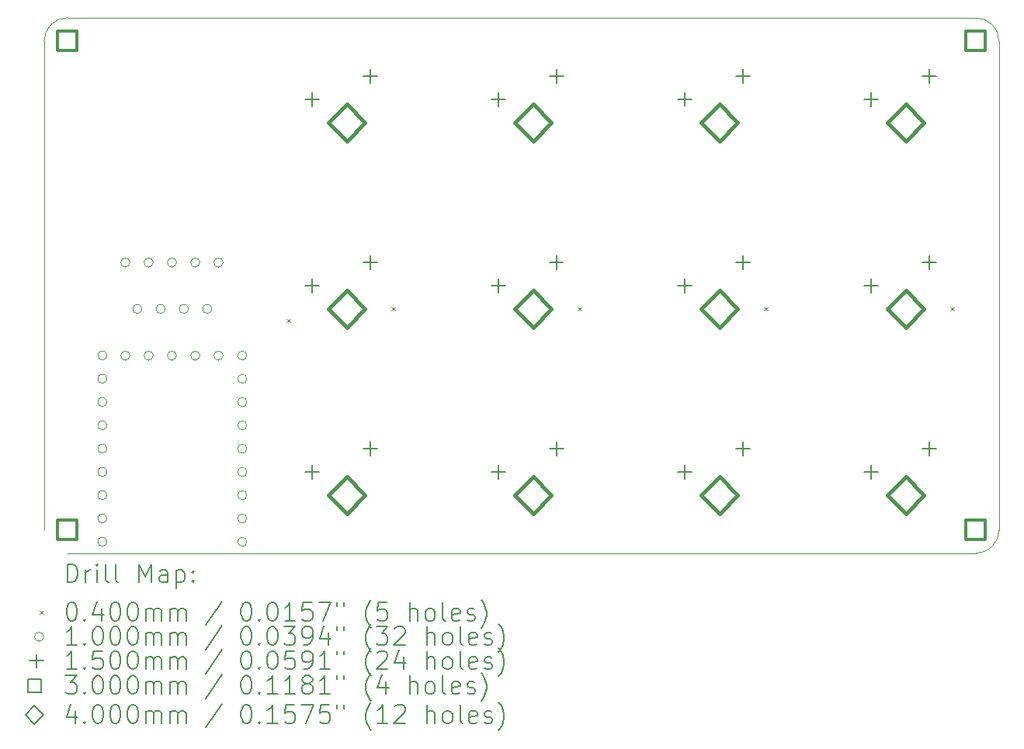
<source format=gbr>
%FSLAX45Y45*%
G04 Gerber Fmt 4.5, Leading zero omitted, Abs format (unit mm)*
G04 Created by KiCad (PCBNEW (6.0.5)) date 2022-05-30 13:32:22*
%MOMM*%
%LPD*%
G01*
G04 APERTURE LIST*
%TA.AperFunction,Profile*%
%ADD10C,0.050000*%
%TD*%
%TA.AperFunction,Profile*%
%ADD11C,0.100000*%
%TD*%
%ADD12C,0.200000*%
%ADD13C,0.040000*%
%ADD14C,0.100000*%
%ADD15C,0.150000*%
%ADD16C,0.300000*%
%ADD17C,0.400000*%
G04 APERTURE END LIST*
D10*
X3302000Y-5080000D02*
G75*
G03*
X3048000Y-5334000I0J-254000D01*
G01*
D11*
X13462000Y-10668000D02*
X13462000Y-5334000D01*
X13462000Y-5334000D02*
G75*
G03*
X13208000Y-5080000I-254000J0D01*
G01*
X3048000Y-10668000D02*
X3048000Y-5334000D01*
X13208000Y-10922000D02*
G75*
G03*
X13462000Y-10668000I0J254000D01*
G01*
X3302000Y-10922000D02*
X13208000Y-10922000D01*
X13208000Y-5080000D02*
X3302000Y-5080000D01*
D12*
D13*
X5695000Y-8362000D02*
X5735000Y-8402000D01*
X5735000Y-8362000D02*
X5695000Y-8402000D01*
X6838000Y-8235000D02*
X6878000Y-8275000D01*
X6878000Y-8235000D02*
X6838000Y-8275000D01*
X8870000Y-8235000D02*
X8910000Y-8275000D01*
X8910000Y-8235000D02*
X8870000Y-8275000D01*
X10902000Y-8235000D02*
X10942000Y-8275000D01*
X10942000Y-8235000D02*
X10902000Y-8275000D01*
X12934000Y-8235000D02*
X12974000Y-8275000D01*
X12974000Y-8235000D02*
X12934000Y-8275000D01*
D14*
X3733000Y-8763000D02*
G75*
G03*
X3733000Y-8763000I-50000J0D01*
G01*
X3733000Y-9017000D02*
G75*
G03*
X3733000Y-9017000I-50000J0D01*
G01*
X3733000Y-9271000D02*
G75*
G03*
X3733000Y-9271000I-50000J0D01*
G01*
X3733000Y-9525000D02*
G75*
G03*
X3733000Y-9525000I-50000J0D01*
G01*
X3733000Y-9779000D02*
G75*
G03*
X3733000Y-9779000I-50000J0D01*
G01*
X3733000Y-10033000D02*
G75*
G03*
X3733000Y-10033000I-50000J0D01*
G01*
X3733000Y-10287000D02*
G75*
G03*
X3733000Y-10287000I-50000J0D01*
G01*
X3733000Y-10541000D02*
G75*
G03*
X3733000Y-10541000I-50000J0D01*
G01*
X3733000Y-10795000D02*
G75*
G03*
X3733000Y-10795000I-50000J0D01*
G01*
X3984000Y-7749500D02*
G75*
G03*
X3984000Y-7749500I-50000J0D01*
G01*
X3984000Y-8765500D02*
G75*
G03*
X3984000Y-8765500I-50000J0D01*
G01*
X4114000Y-8255000D02*
G75*
G03*
X4114000Y-8255000I-50000J0D01*
G01*
X4238000Y-7749500D02*
G75*
G03*
X4238000Y-7749500I-50000J0D01*
G01*
X4238000Y-8765500D02*
G75*
G03*
X4238000Y-8765500I-50000J0D01*
G01*
X4368000Y-8255000D02*
G75*
G03*
X4368000Y-8255000I-50000J0D01*
G01*
X4492000Y-7749500D02*
G75*
G03*
X4492000Y-7749500I-50000J0D01*
G01*
X4492000Y-8765500D02*
G75*
G03*
X4492000Y-8765500I-50000J0D01*
G01*
X4622000Y-8255000D02*
G75*
G03*
X4622000Y-8255000I-50000J0D01*
G01*
X4746000Y-7749500D02*
G75*
G03*
X4746000Y-7749500I-50000J0D01*
G01*
X4746000Y-8765500D02*
G75*
G03*
X4746000Y-8765500I-50000J0D01*
G01*
X4876000Y-8255000D02*
G75*
G03*
X4876000Y-8255000I-50000J0D01*
G01*
X5000000Y-7749500D02*
G75*
G03*
X5000000Y-7749500I-50000J0D01*
G01*
X5000000Y-8765500D02*
G75*
G03*
X5000000Y-8765500I-50000J0D01*
G01*
X5259500Y-8764000D02*
G75*
G03*
X5259500Y-8764000I-50000J0D01*
G01*
X5259500Y-9018000D02*
G75*
G03*
X5259500Y-9018000I-50000J0D01*
G01*
X5259500Y-9272000D02*
G75*
G03*
X5259500Y-9272000I-50000J0D01*
G01*
X5259500Y-9526000D02*
G75*
G03*
X5259500Y-9526000I-50000J0D01*
G01*
X5259500Y-9780000D02*
G75*
G03*
X5259500Y-9780000I-50000J0D01*
G01*
X5259500Y-10034000D02*
G75*
G03*
X5259500Y-10034000I-50000J0D01*
G01*
X5259500Y-10288000D02*
G75*
G03*
X5259500Y-10288000I-50000J0D01*
G01*
X5259500Y-10542000D02*
G75*
G03*
X5259500Y-10542000I-50000J0D01*
G01*
X5259500Y-10796000D02*
G75*
G03*
X5259500Y-10796000I-50000J0D01*
G01*
D15*
X5969000Y-5894000D02*
X5969000Y-6044000D01*
X5894000Y-5969000D02*
X6044000Y-5969000D01*
X5969000Y-7926000D02*
X5969000Y-8076000D01*
X5894000Y-8001000D02*
X6044000Y-8001000D01*
X5969000Y-9958000D02*
X5969000Y-10108000D01*
X5894000Y-10033000D02*
X6044000Y-10033000D01*
X6604000Y-5640000D02*
X6604000Y-5790000D01*
X6529000Y-5715000D02*
X6679000Y-5715000D01*
X6604000Y-7672000D02*
X6604000Y-7822000D01*
X6529000Y-7747000D02*
X6679000Y-7747000D01*
X6604000Y-9704000D02*
X6604000Y-9854000D01*
X6529000Y-9779000D02*
X6679000Y-9779000D01*
X8001000Y-5894000D02*
X8001000Y-6044000D01*
X7926000Y-5969000D02*
X8076000Y-5969000D01*
X8001000Y-7926000D02*
X8001000Y-8076000D01*
X7926000Y-8001000D02*
X8076000Y-8001000D01*
X8001000Y-9958000D02*
X8001000Y-10108000D01*
X7926000Y-10033000D02*
X8076000Y-10033000D01*
X8634078Y-7671039D02*
X8634078Y-7821039D01*
X8559078Y-7746039D02*
X8709078Y-7746039D01*
X8636000Y-5640000D02*
X8636000Y-5790000D01*
X8561000Y-5715000D02*
X8711000Y-5715000D01*
X8636000Y-9704000D02*
X8636000Y-9854000D01*
X8561000Y-9779000D02*
X8711000Y-9779000D01*
X10031661Y-5890928D02*
X10031661Y-6040928D01*
X9956661Y-5965928D02*
X10106661Y-5965928D01*
X10031661Y-7923889D02*
X10031661Y-8073889D01*
X9956661Y-7998889D02*
X10106661Y-7998889D01*
X10031661Y-9956850D02*
X10031661Y-10106850D01*
X9956661Y-10031850D02*
X10106661Y-10031850D01*
X10668000Y-5640000D02*
X10668000Y-5790000D01*
X10593000Y-5715000D02*
X10743000Y-5715000D01*
X10668000Y-7672000D02*
X10668000Y-7822000D01*
X10593000Y-7747000D02*
X10743000Y-7747000D01*
X10668000Y-9704000D02*
X10668000Y-9854000D01*
X10593000Y-9779000D02*
X10743000Y-9779000D01*
X12064622Y-7923889D02*
X12064622Y-8073889D01*
X11989622Y-7998889D02*
X12139622Y-7998889D01*
X12065000Y-5894000D02*
X12065000Y-6044000D01*
X11990000Y-5969000D02*
X12140000Y-5969000D01*
X12065000Y-9958000D02*
X12065000Y-10108000D01*
X11990000Y-10033000D02*
X12140000Y-10033000D01*
X12700000Y-5640000D02*
X12700000Y-5790000D01*
X12625000Y-5715000D02*
X12775000Y-5715000D01*
X12700000Y-7672000D02*
X12700000Y-7822000D01*
X12625000Y-7747000D02*
X12775000Y-7747000D01*
X12700000Y-9704000D02*
X12700000Y-9854000D01*
X12625000Y-9779000D02*
X12775000Y-9779000D01*
D16*
X3408067Y-5440067D02*
X3408067Y-5227933D01*
X3195933Y-5227933D01*
X3195933Y-5440067D01*
X3408067Y-5440067D01*
X3408067Y-10774067D02*
X3408067Y-10561933D01*
X3195933Y-10561933D01*
X3195933Y-10774067D01*
X3408067Y-10774067D01*
X13314067Y-5440067D02*
X13314067Y-5227933D01*
X13101933Y-5227933D01*
X13101933Y-5440067D01*
X13314067Y-5440067D01*
X13314067Y-10774067D02*
X13314067Y-10561933D01*
X13101933Y-10561933D01*
X13101933Y-10774067D01*
X13314067Y-10774067D01*
D17*
X6350000Y-6423000D02*
X6550000Y-6223000D01*
X6350000Y-6023000D01*
X6150000Y-6223000D01*
X6350000Y-6423000D01*
X6350000Y-8455000D02*
X6550000Y-8255000D01*
X6350000Y-8055000D01*
X6150000Y-8255000D01*
X6350000Y-8455000D01*
X6350000Y-10487000D02*
X6550000Y-10287000D01*
X6350000Y-10087000D01*
X6150000Y-10287000D01*
X6350000Y-10487000D01*
X8382000Y-6423000D02*
X8582000Y-6223000D01*
X8382000Y-6023000D01*
X8182000Y-6223000D01*
X8382000Y-6423000D01*
X8382000Y-8455000D02*
X8582000Y-8255000D01*
X8382000Y-8055000D01*
X8182000Y-8255000D01*
X8382000Y-8455000D01*
X8382000Y-10487000D02*
X8582000Y-10287000D01*
X8382000Y-10087000D01*
X8182000Y-10287000D01*
X8382000Y-10487000D01*
X10414000Y-6423000D02*
X10614000Y-6223000D01*
X10414000Y-6023000D01*
X10214000Y-6223000D01*
X10414000Y-6423000D01*
X10414000Y-8455000D02*
X10614000Y-8255000D01*
X10414000Y-8055000D01*
X10214000Y-8255000D01*
X10414000Y-8455000D01*
X10414000Y-10487000D02*
X10614000Y-10287000D01*
X10414000Y-10087000D01*
X10214000Y-10287000D01*
X10414000Y-10487000D01*
X12446000Y-6423000D02*
X12646000Y-6223000D01*
X12446000Y-6023000D01*
X12246000Y-6223000D01*
X12446000Y-6423000D01*
X12446000Y-8455000D02*
X12646000Y-8255000D01*
X12446000Y-8055000D01*
X12246000Y-8255000D01*
X12446000Y-8455000D01*
X12446000Y-10487000D02*
X12646000Y-10287000D01*
X12446000Y-10087000D01*
X12246000Y-10287000D01*
X12446000Y-10487000D01*
D12*
X3300619Y-11237476D02*
X3300619Y-11037476D01*
X3348238Y-11037476D01*
X3376809Y-11047000D01*
X3395857Y-11066048D01*
X3405381Y-11085095D01*
X3414905Y-11123190D01*
X3414905Y-11151762D01*
X3405381Y-11189857D01*
X3395857Y-11208905D01*
X3376809Y-11227952D01*
X3348238Y-11237476D01*
X3300619Y-11237476D01*
X3500619Y-11237476D02*
X3500619Y-11104143D01*
X3500619Y-11142238D02*
X3510143Y-11123190D01*
X3519667Y-11113667D01*
X3538714Y-11104143D01*
X3557762Y-11104143D01*
X3624428Y-11237476D02*
X3624428Y-11104143D01*
X3624428Y-11037476D02*
X3614905Y-11047000D01*
X3624428Y-11056524D01*
X3633952Y-11047000D01*
X3624428Y-11037476D01*
X3624428Y-11056524D01*
X3748238Y-11237476D02*
X3729190Y-11227952D01*
X3719667Y-11208905D01*
X3719667Y-11037476D01*
X3853000Y-11237476D02*
X3833952Y-11227952D01*
X3824428Y-11208905D01*
X3824428Y-11037476D01*
X4081571Y-11237476D02*
X4081571Y-11037476D01*
X4148238Y-11180333D01*
X4214905Y-11037476D01*
X4214905Y-11237476D01*
X4395857Y-11237476D02*
X4395857Y-11132714D01*
X4386333Y-11113667D01*
X4367286Y-11104143D01*
X4329190Y-11104143D01*
X4310143Y-11113667D01*
X4395857Y-11227952D02*
X4376810Y-11237476D01*
X4329190Y-11237476D01*
X4310143Y-11227952D01*
X4300619Y-11208905D01*
X4300619Y-11189857D01*
X4310143Y-11170810D01*
X4329190Y-11161286D01*
X4376810Y-11161286D01*
X4395857Y-11151762D01*
X4491095Y-11104143D02*
X4491095Y-11304143D01*
X4491095Y-11113667D02*
X4510143Y-11104143D01*
X4548238Y-11104143D01*
X4567286Y-11113667D01*
X4576810Y-11123190D01*
X4586333Y-11142238D01*
X4586333Y-11199381D01*
X4576810Y-11218428D01*
X4567286Y-11227952D01*
X4548238Y-11237476D01*
X4510143Y-11237476D01*
X4491095Y-11227952D01*
X4672048Y-11218428D02*
X4681571Y-11227952D01*
X4672048Y-11237476D01*
X4662524Y-11227952D01*
X4672048Y-11218428D01*
X4672048Y-11237476D01*
X4672048Y-11113667D02*
X4681571Y-11123190D01*
X4672048Y-11132714D01*
X4662524Y-11123190D01*
X4672048Y-11113667D01*
X4672048Y-11132714D01*
D13*
X3003000Y-11547000D02*
X3043000Y-11587000D01*
X3043000Y-11547000D02*
X3003000Y-11587000D01*
D12*
X3338714Y-11457476D02*
X3357762Y-11457476D01*
X3376809Y-11467000D01*
X3386333Y-11476524D01*
X3395857Y-11495571D01*
X3405381Y-11533667D01*
X3405381Y-11581286D01*
X3395857Y-11619381D01*
X3386333Y-11638428D01*
X3376809Y-11647952D01*
X3357762Y-11657476D01*
X3338714Y-11657476D01*
X3319667Y-11647952D01*
X3310143Y-11638428D01*
X3300619Y-11619381D01*
X3291095Y-11581286D01*
X3291095Y-11533667D01*
X3300619Y-11495571D01*
X3310143Y-11476524D01*
X3319667Y-11467000D01*
X3338714Y-11457476D01*
X3491095Y-11638428D02*
X3500619Y-11647952D01*
X3491095Y-11657476D01*
X3481571Y-11647952D01*
X3491095Y-11638428D01*
X3491095Y-11657476D01*
X3672048Y-11524143D02*
X3672048Y-11657476D01*
X3624428Y-11447952D02*
X3576809Y-11590809D01*
X3700619Y-11590809D01*
X3814905Y-11457476D02*
X3833952Y-11457476D01*
X3853000Y-11467000D01*
X3862524Y-11476524D01*
X3872048Y-11495571D01*
X3881571Y-11533667D01*
X3881571Y-11581286D01*
X3872048Y-11619381D01*
X3862524Y-11638428D01*
X3853000Y-11647952D01*
X3833952Y-11657476D01*
X3814905Y-11657476D01*
X3795857Y-11647952D01*
X3786333Y-11638428D01*
X3776809Y-11619381D01*
X3767286Y-11581286D01*
X3767286Y-11533667D01*
X3776809Y-11495571D01*
X3786333Y-11476524D01*
X3795857Y-11467000D01*
X3814905Y-11457476D01*
X4005381Y-11457476D02*
X4024428Y-11457476D01*
X4043476Y-11467000D01*
X4053000Y-11476524D01*
X4062524Y-11495571D01*
X4072048Y-11533667D01*
X4072048Y-11581286D01*
X4062524Y-11619381D01*
X4053000Y-11638428D01*
X4043476Y-11647952D01*
X4024428Y-11657476D01*
X4005381Y-11657476D01*
X3986333Y-11647952D01*
X3976809Y-11638428D01*
X3967286Y-11619381D01*
X3957762Y-11581286D01*
X3957762Y-11533667D01*
X3967286Y-11495571D01*
X3976809Y-11476524D01*
X3986333Y-11467000D01*
X4005381Y-11457476D01*
X4157762Y-11657476D02*
X4157762Y-11524143D01*
X4157762Y-11543190D02*
X4167286Y-11533667D01*
X4186333Y-11524143D01*
X4214905Y-11524143D01*
X4233952Y-11533667D01*
X4243476Y-11552714D01*
X4243476Y-11657476D01*
X4243476Y-11552714D02*
X4253000Y-11533667D01*
X4272048Y-11524143D01*
X4300619Y-11524143D01*
X4319667Y-11533667D01*
X4329190Y-11552714D01*
X4329190Y-11657476D01*
X4424429Y-11657476D02*
X4424429Y-11524143D01*
X4424429Y-11543190D02*
X4433952Y-11533667D01*
X4453000Y-11524143D01*
X4481571Y-11524143D01*
X4500619Y-11533667D01*
X4510143Y-11552714D01*
X4510143Y-11657476D01*
X4510143Y-11552714D02*
X4519667Y-11533667D01*
X4538714Y-11524143D01*
X4567286Y-11524143D01*
X4586333Y-11533667D01*
X4595857Y-11552714D01*
X4595857Y-11657476D01*
X4986333Y-11447952D02*
X4814905Y-11705095D01*
X5243476Y-11457476D02*
X5262524Y-11457476D01*
X5281571Y-11467000D01*
X5291095Y-11476524D01*
X5300619Y-11495571D01*
X5310143Y-11533667D01*
X5310143Y-11581286D01*
X5300619Y-11619381D01*
X5291095Y-11638428D01*
X5281571Y-11647952D01*
X5262524Y-11657476D01*
X5243476Y-11657476D01*
X5224429Y-11647952D01*
X5214905Y-11638428D01*
X5205381Y-11619381D01*
X5195857Y-11581286D01*
X5195857Y-11533667D01*
X5205381Y-11495571D01*
X5214905Y-11476524D01*
X5224429Y-11467000D01*
X5243476Y-11457476D01*
X5395857Y-11638428D02*
X5405381Y-11647952D01*
X5395857Y-11657476D01*
X5386333Y-11647952D01*
X5395857Y-11638428D01*
X5395857Y-11657476D01*
X5529190Y-11457476D02*
X5548238Y-11457476D01*
X5567286Y-11467000D01*
X5576810Y-11476524D01*
X5586333Y-11495571D01*
X5595857Y-11533667D01*
X5595857Y-11581286D01*
X5586333Y-11619381D01*
X5576810Y-11638428D01*
X5567286Y-11647952D01*
X5548238Y-11657476D01*
X5529190Y-11657476D01*
X5510143Y-11647952D01*
X5500619Y-11638428D01*
X5491095Y-11619381D01*
X5481571Y-11581286D01*
X5481571Y-11533667D01*
X5491095Y-11495571D01*
X5500619Y-11476524D01*
X5510143Y-11467000D01*
X5529190Y-11457476D01*
X5786333Y-11657476D02*
X5672048Y-11657476D01*
X5729190Y-11657476D02*
X5729190Y-11457476D01*
X5710143Y-11486048D01*
X5691095Y-11505095D01*
X5672048Y-11514619D01*
X5967286Y-11457476D02*
X5872048Y-11457476D01*
X5862524Y-11552714D01*
X5872048Y-11543190D01*
X5891095Y-11533667D01*
X5938714Y-11533667D01*
X5957762Y-11543190D01*
X5967286Y-11552714D01*
X5976809Y-11571762D01*
X5976809Y-11619381D01*
X5967286Y-11638428D01*
X5957762Y-11647952D01*
X5938714Y-11657476D01*
X5891095Y-11657476D01*
X5872048Y-11647952D01*
X5862524Y-11638428D01*
X6043476Y-11457476D02*
X6176809Y-11457476D01*
X6091095Y-11657476D01*
X6243476Y-11457476D02*
X6243476Y-11495571D01*
X6319667Y-11457476D02*
X6319667Y-11495571D01*
X6614905Y-11733667D02*
X6605381Y-11724143D01*
X6586333Y-11695571D01*
X6576809Y-11676524D01*
X6567286Y-11647952D01*
X6557762Y-11600333D01*
X6557762Y-11562238D01*
X6567286Y-11514619D01*
X6576809Y-11486048D01*
X6586333Y-11467000D01*
X6605381Y-11438428D01*
X6614905Y-11428905D01*
X6786333Y-11457476D02*
X6691095Y-11457476D01*
X6681571Y-11552714D01*
X6691095Y-11543190D01*
X6710143Y-11533667D01*
X6757762Y-11533667D01*
X6776809Y-11543190D01*
X6786333Y-11552714D01*
X6795857Y-11571762D01*
X6795857Y-11619381D01*
X6786333Y-11638428D01*
X6776809Y-11647952D01*
X6757762Y-11657476D01*
X6710143Y-11657476D01*
X6691095Y-11647952D01*
X6681571Y-11638428D01*
X7033952Y-11657476D02*
X7033952Y-11457476D01*
X7119667Y-11657476D02*
X7119667Y-11552714D01*
X7110143Y-11533667D01*
X7091095Y-11524143D01*
X7062524Y-11524143D01*
X7043476Y-11533667D01*
X7033952Y-11543190D01*
X7243476Y-11657476D02*
X7224428Y-11647952D01*
X7214905Y-11638428D01*
X7205381Y-11619381D01*
X7205381Y-11562238D01*
X7214905Y-11543190D01*
X7224428Y-11533667D01*
X7243476Y-11524143D01*
X7272048Y-11524143D01*
X7291095Y-11533667D01*
X7300619Y-11543190D01*
X7310143Y-11562238D01*
X7310143Y-11619381D01*
X7300619Y-11638428D01*
X7291095Y-11647952D01*
X7272048Y-11657476D01*
X7243476Y-11657476D01*
X7424428Y-11657476D02*
X7405381Y-11647952D01*
X7395857Y-11628905D01*
X7395857Y-11457476D01*
X7576809Y-11647952D02*
X7557762Y-11657476D01*
X7519667Y-11657476D01*
X7500619Y-11647952D01*
X7491095Y-11628905D01*
X7491095Y-11552714D01*
X7500619Y-11533667D01*
X7519667Y-11524143D01*
X7557762Y-11524143D01*
X7576809Y-11533667D01*
X7586333Y-11552714D01*
X7586333Y-11571762D01*
X7491095Y-11590809D01*
X7662524Y-11647952D02*
X7681571Y-11657476D01*
X7719667Y-11657476D01*
X7738714Y-11647952D01*
X7748238Y-11628905D01*
X7748238Y-11619381D01*
X7738714Y-11600333D01*
X7719667Y-11590809D01*
X7691095Y-11590809D01*
X7672048Y-11581286D01*
X7662524Y-11562238D01*
X7662524Y-11552714D01*
X7672048Y-11533667D01*
X7691095Y-11524143D01*
X7719667Y-11524143D01*
X7738714Y-11533667D01*
X7814905Y-11733667D02*
X7824428Y-11724143D01*
X7843476Y-11695571D01*
X7853000Y-11676524D01*
X7862524Y-11647952D01*
X7872048Y-11600333D01*
X7872048Y-11562238D01*
X7862524Y-11514619D01*
X7853000Y-11486048D01*
X7843476Y-11467000D01*
X7824428Y-11438428D01*
X7814905Y-11428905D01*
D14*
X3043000Y-11831000D02*
G75*
G03*
X3043000Y-11831000I-50000J0D01*
G01*
D12*
X3405381Y-11921476D02*
X3291095Y-11921476D01*
X3348238Y-11921476D02*
X3348238Y-11721476D01*
X3329190Y-11750048D01*
X3310143Y-11769095D01*
X3291095Y-11778619D01*
X3491095Y-11902428D02*
X3500619Y-11911952D01*
X3491095Y-11921476D01*
X3481571Y-11911952D01*
X3491095Y-11902428D01*
X3491095Y-11921476D01*
X3624428Y-11721476D02*
X3643476Y-11721476D01*
X3662524Y-11731000D01*
X3672048Y-11740524D01*
X3681571Y-11759571D01*
X3691095Y-11797667D01*
X3691095Y-11845286D01*
X3681571Y-11883381D01*
X3672048Y-11902428D01*
X3662524Y-11911952D01*
X3643476Y-11921476D01*
X3624428Y-11921476D01*
X3605381Y-11911952D01*
X3595857Y-11902428D01*
X3586333Y-11883381D01*
X3576809Y-11845286D01*
X3576809Y-11797667D01*
X3586333Y-11759571D01*
X3595857Y-11740524D01*
X3605381Y-11731000D01*
X3624428Y-11721476D01*
X3814905Y-11721476D02*
X3833952Y-11721476D01*
X3853000Y-11731000D01*
X3862524Y-11740524D01*
X3872048Y-11759571D01*
X3881571Y-11797667D01*
X3881571Y-11845286D01*
X3872048Y-11883381D01*
X3862524Y-11902428D01*
X3853000Y-11911952D01*
X3833952Y-11921476D01*
X3814905Y-11921476D01*
X3795857Y-11911952D01*
X3786333Y-11902428D01*
X3776809Y-11883381D01*
X3767286Y-11845286D01*
X3767286Y-11797667D01*
X3776809Y-11759571D01*
X3786333Y-11740524D01*
X3795857Y-11731000D01*
X3814905Y-11721476D01*
X4005381Y-11721476D02*
X4024428Y-11721476D01*
X4043476Y-11731000D01*
X4053000Y-11740524D01*
X4062524Y-11759571D01*
X4072048Y-11797667D01*
X4072048Y-11845286D01*
X4062524Y-11883381D01*
X4053000Y-11902428D01*
X4043476Y-11911952D01*
X4024428Y-11921476D01*
X4005381Y-11921476D01*
X3986333Y-11911952D01*
X3976809Y-11902428D01*
X3967286Y-11883381D01*
X3957762Y-11845286D01*
X3957762Y-11797667D01*
X3967286Y-11759571D01*
X3976809Y-11740524D01*
X3986333Y-11731000D01*
X4005381Y-11721476D01*
X4157762Y-11921476D02*
X4157762Y-11788143D01*
X4157762Y-11807190D02*
X4167286Y-11797667D01*
X4186333Y-11788143D01*
X4214905Y-11788143D01*
X4233952Y-11797667D01*
X4243476Y-11816714D01*
X4243476Y-11921476D01*
X4243476Y-11816714D02*
X4253000Y-11797667D01*
X4272048Y-11788143D01*
X4300619Y-11788143D01*
X4319667Y-11797667D01*
X4329190Y-11816714D01*
X4329190Y-11921476D01*
X4424429Y-11921476D02*
X4424429Y-11788143D01*
X4424429Y-11807190D02*
X4433952Y-11797667D01*
X4453000Y-11788143D01*
X4481571Y-11788143D01*
X4500619Y-11797667D01*
X4510143Y-11816714D01*
X4510143Y-11921476D01*
X4510143Y-11816714D02*
X4519667Y-11797667D01*
X4538714Y-11788143D01*
X4567286Y-11788143D01*
X4586333Y-11797667D01*
X4595857Y-11816714D01*
X4595857Y-11921476D01*
X4986333Y-11711952D02*
X4814905Y-11969095D01*
X5243476Y-11721476D02*
X5262524Y-11721476D01*
X5281571Y-11731000D01*
X5291095Y-11740524D01*
X5300619Y-11759571D01*
X5310143Y-11797667D01*
X5310143Y-11845286D01*
X5300619Y-11883381D01*
X5291095Y-11902428D01*
X5281571Y-11911952D01*
X5262524Y-11921476D01*
X5243476Y-11921476D01*
X5224429Y-11911952D01*
X5214905Y-11902428D01*
X5205381Y-11883381D01*
X5195857Y-11845286D01*
X5195857Y-11797667D01*
X5205381Y-11759571D01*
X5214905Y-11740524D01*
X5224429Y-11731000D01*
X5243476Y-11721476D01*
X5395857Y-11902428D02*
X5405381Y-11911952D01*
X5395857Y-11921476D01*
X5386333Y-11911952D01*
X5395857Y-11902428D01*
X5395857Y-11921476D01*
X5529190Y-11721476D02*
X5548238Y-11721476D01*
X5567286Y-11731000D01*
X5576810Y-11740524D01*
X5586333Y-11759571D01*
X5595857Y-11797667D01*
X5595857Y-11845286D01*
X5586333Y-11883381D01*
X5576810Y-11902428D01*
X5567286Y-11911952D01*
X5548238Y-11921476D01*
X5529190Y-11921476D01*
X5510143Y-11911952D01*
X5500619Y-11902428D01*
X5491095Y-11883381D01*
X5481571Y-11845286D01*
X5481571Y-11797667D01*
X5491095Y-11759571D01*
X5500619Y-11740524D01*
X5510143Y-11731000D01*
X5529190Y-11721476D01*
X5662524Y-11721476D02*
X5786333Y-11721476D01*
X5719667Y-11797667D01*
X5748238Y-11797667D01*
X5767286Y-11807190D01*
X5776809Y-11816714D01*
X5786333Y-11835762D01*
X5786333Y-11883381D01*
X5776809Y-11902428D01*
X5767286Y-11911952D01*
X5748238Y-11921476D01*
X5691095Y-11921476D01*
X5672048Y-11911952D01*
X5662524Y-11902428D01*
X5881571Y-11921476D02*
X5919667Y-11921476D01*
X5938714Y-11911952D01*
X5948238Y-11902428D01*
X5967286Y-11873857D01*
X5976809Y-11835762D01*
X5976809Y-11759571D01*
X5967286Y-11740524D01*
X5957762Y-11731000D01*
X5938714Y-11721476D01*
X5900619Y-11721476D01*
X5881571Y-11731000D01*
X5872048Y-11740524D01*
X5862524Y-11759571D01*
X5862524Y-11807190D01*
X5872048Y-11826238D01*
X5881571Y-11835762D01*
X5900619Y-11845286D01*
X5938714Y-11845286D01*
X5957762Y-11835762D01*
X5967286Y-11826238D01*
X5976809Y-11807190D01*
X6148238Y-11788143D02*
X6148238Y-11921476D01*
X6100619Y-11711952D02*
X6053000Y-11854809D01*
X6176809Y-11854809D01*
X6243476Y-11721476D02*
X6243476Y-11759571D01*
X6319667Y-11721476D02*
X6319667Y-11759571D01*
X6614905Y-11997667D02*
X6605381Y-11988143D01*
X6586333Y-11959571D01*
X6576809Y-11940524D01*
X6567286Y-11911952D01*
X6557762Y-11864333D01*
X6557762Y-11826238D01*
X6567286Y-11778619D01*
X6576809Y-11750048D01*
X6586333Y-11731000D01*
X6605381Y-11702428D01*
X6614905Y-11692905D01*
X6672048Y-11721476D02*
X6795857Y-11721476D01*
X6729190Y-11797667D01*
X6757762Y-11797667D01*
X6776809Y-11807190D01*
X6786333Y-11816714D01*
X6795857Y-11835762D01*
X6795857Y-11883381D01*
X6786333Y-11902428D01*
X6776809Y-11911952D01*
X6757762Y-11921476D01*
X6700619Y-11921476D01*
X6681571Y-11911952D01*
X6672048Y-11902428D01*
X6872048Y-11740524D02*
X6881571Y-11731000D01*
X6900619Y-11721476D01*
X6948238Y-11721476D01*
X6967286Y-11731000D01*
X6976809Y-11740524D01*
X6986333Y-11759571D01*
X6986333Y-11778619D01*
X6976809Y-11807190D01*
X6862524Y-11921476D01*
X6986333Y-11921476D01*
X7224428Y-11921476D02*
X7224428Y-11721476D01*
X7310143Y-11921476D02*
X7310143Y-11816714D01*
X7300619Y-11797667D01*
X7281571Y-11788143D01*
X7253000Y-11788143D01*
X7233952Y-11797667D01*
X7224428Y-11807190D01*
X7433952Y-11921476D02*
X7414905Y-11911952D01*
X7405381Y-11902428D01*
X7395857Y-11883381D01*
X7395857Y-11826238D01*
X7405381Y-11807190D01*
X7414905Y-11797667D01*
X7433952Y-11788143D01*
X7462524Y-11788143D01*
X7481571Y-11797667D01*
X7491095Y-11807190D01*
X7500619Y-11826238D01*
X7500619Y-11883381D01*
X7491095Y-11902428D01*
X7481571Y-11911952D01*
X7462524Y-11921476D01*
X7433952Y-11921476D01*
X7614905Y-11921476D02*
X7595857Y-11911952D01*
X7586333Y-11892905D01*
X7586333Y-11721476D01*
X7767286Y-11911952D02*
X7748238Y-11921476D01*
X7710143Y-11921476D01*
X7691095Y-11911952D01*
X7681571Y-11892905D01*
X7681571Y-11816714D01*
X7691095Y-11797667D01*
X7710143Y-11788143D01*
X7748238Y-11788143D01*
X7767286Y-11797667D01*
X7776809Y-11816714D01*
X7776809Y-11835762D01*
X7681571Y-11854809D01*
X7853000Y-11911952D02*
X7872048Y-11921476D01*
X7910143Y-11921476D01*
X7929190Y-11911952D01*
X7938714Y-11892905D01*
X7938714Y-11883381D01*
X7929190Y-11864333D01*
X7910143Y-11854809D01*
X7881571Y-11854809D01*
X7862524Y-11845286D01*
X7853000Y-11826238D01*
X7853000Y-11816714D01*
X7862524Y-11797667D01*
X7881571Y-11788143D01*
X7910143Y-11788143D01*
X7929190Y-11797667D01*
X8005381Y-11997667D02*
X8014905Y-11988143D01*
X8033952Y-11959571D01*
X8043476Y-11940524D01*
X8053000Y-11911952D01*
X8062524Y-11864333D01*
X8062524Y-11826238D01*
X8053000Y-11778619D01*
X8043476Y-11750048D01*
X8033952Y-11731000D01*
X8014905Y-11702428D01*
X8005381Y-11692905D01*
D15*
X2968000Y-12020000D02*
X2968000Y-12170000D01*
X2893000Y-12095000D02*
X3043000Y-12095000D01*
D12*
X3405381Y-12185476D02*
X3291095Y-12185476D01*
X3348238Y-12185476D02*
X3348238Y-11985476D01*
X3329190Y-12014048D01*
X3310143Y-12033095D01*
X3291095Y-12042619D01*
X3491095Y-12166428D02*
X3500619Y-12175952D01*
X3491095Y-12185476D01*
X3481571Y-12175952D01*
X3491095Y-12166428D01*
X3491095Y-12185476D01*
X3681571Y-11985476D02*
X3586333Y-11985476D01*
X3576809Y-12080714D01*
X3586333Y-12071190D01*
X3605381Y-12061667D01*
X3653000Y-12061667D01*
X3672048Y-12071190D01*
X3681571Y-12080714D01*
X3691095Y-12099762D01*
X3691095Y-12147381D01*
X3681571Y-12166428D01*
X3672048Y-12175952D01*
X3653000Y-12185476D01*
X3605381Y-12185476D01*
X3586333Y-12175952D01*
X3576809Y-12166428D01*
X3814905Y-11985476D02*
X3833952Y-11985476D01*
X3853000Y-11995000D01*
X3862524Y-12004524D01*
X3872048Y-12023571D01*
X3881571Y-12061667D01*
X3881571Y-12109286D01*
X3872048Y-12147381D01*
X3862524Y-12166428D01*
X3853000Y-12175952D01*
X3833952Y-12185476D01*
X3814905Y-12185476D01*
X3795857Y-12175952D01*
X3786333Y-12166428D01*
X3776809Y-12147381D01*
X3767286Y-12109286D01*
X3767286Y-12061667D01*
X3776809Y-12023571D01*
X3786333Y-12004524D01*
X3795857Y-11995000D01*
X3814905Y-11985476D01*
X4005381Y-11985476D02*
X4024428Y-11985476D01*
X4043476Y-11995000D01*
X4053000Y-12004524D01*
X4062524Y-12023571D01*
X4072048Y-12061667D01*
X4072048Y-12109286D01*
X4062524Y-12147381D01*
X4053000Y-12166428D01*
X4043476Y-12175952D01*
X4024428Y-12185476D01*
X4005381Y-12185476D01*
X3986333Y-12175952D01*
X3976809Y-12166428D01*
X3967286Y-12147381D01*
X3957762Y-12109286D01*
X3957762Y-12061667D01*
X3967286Y-12023571D01*
X3976809Y-12004524D01*
X3986333Y-11995000D01*
X4005381Y-11985476D01*
X4157762Y-12185476D02*
X4157762Y-12052143D01*
X4157762Y-12071190D02*
X4167286Y-12061667D01*
X4186333Y-12052143D01*
X4214905Y-12052143D01*
X4233952Y-12061667D01*
X4243476Y-12080714D01*
X4243476Y-12185476D01*
X4243476Y-12080714D02*
X4253000Y-12061667D01*
X4272048Y-12052143D01*
X4300619Y-12052143D01*
X4319667Y-12061667D01*
X4329190Y-12080714D01*
X4329190Y-12185476D01*
X4424429Y-12185476D02*
X4424429Y-12052143D01*
X4424429Y-12071190D02*
X4433952Y-12061667D01*
X4453000Y-12052143D01*
X4481571Y-12052143D01*
X4500619Y-12061667D01*
X4510143Y-12080714D01*
X4510143Y-12185476D01*
X4510143Y-12080714D02*
X4519667Y-12061667D01*
X4538714Y-12052143D01*
X4567286Y-12052143D01*
X4586333Y-12061667D01*
X4595857Y-12080714D01*
X4595857Y-12185476D01*
X4986333Y-11975952D02*
X4814905Y-12233095D01*
X5243476Y-11985476D02*
X5262524Y-11985476D01*
X5281571Y-11995000D01*
X5291095Y-12004524D01*
X5300619Y-12023571D01*
X5310143Y-12061667D01*
X5310143Y-12109286D01*
X5300619Y-12147381D01*
X5291095Y-12166428D01*
X5281571Y-12175952D01*
X5262524Y-12185476D01*
X5243476Y-12185476D01*
X5224429Y-12175952D01*
X5214905Y-12166428D01*
X5205381Y-12147381D01*
X5195857Y-12109286D01*
X5195857Y-12061667D01*
X5205381Y-12023571D01*
X5214905Y-12004524D01*
X5224429Y-11995000D01*
X5243476Y-11985476D01*
X5395857Y-12166428D02*
X5405381Y-12175952D01*
X5395857Y-12185476D01*
X5386333Y-12175952D01*
X5395857Y-12166428D01*
X5395857Y-12185476D01*
X5529190Y-11985476D02*
X5548238Y-11985476D01*
X5567286Y-11995000D01*
X5576810Y-12004524D01*
X5586333Y-12023571D01*
X5595857Y-12061667D01*
X5595857Y-12109286D01*
X5586333Y-12147381D01*
X5576810Y-12166428D01*
X5567286Y-12175952D01*
X5548238Y-12185476D01*
X5529190Y-12185476D01*
X5510143Y-12175952D01*
X5500619Y-12166428D01*
X5491095Y-12147381D01*
X5481571Y-12109286D01*
X5481571Y-12061667D01*
X5491095Y-12023571D01*
X5500619Y-12004524D01*
X5510143Y-11995000D01*
X5529190Y-11985476D01*
X5776809Y-11985476D02*
X5681571Y-11985476D01*
X5672048Y-12080714D01*
X5681571Y-12071190D01*
X5700619Y-12061667D01*
X5748238Y-12061667D01*
X5767286Y-12071190D01*
X5776809Y-12080714D01*
X5786333Y-12099762D01*
X5786333Y-12147381D01*
X5776809Y-12166428D01*
X5767286Y-12175952D01*
X5748238Y-12185476D01*
X5700619Y-12185476D01*
X5681571Y-12175952D01*
X5672048Y-12166428D01*
X5881571Y-12185476D02*
X5919667Y-12185476D01*
X5938714Y-12175952D01*
X5948238Y-12166428D01*
X5967286Y-12137857D01*
X5976809Y-12099762D01*
X5976809Y-12023571D01*
X5967286Y-12004524D01*
X5957762Y-11995000D01*
X5938714Y-11985476D01*
X5900619Y-11985476D01*
X5881571Y-11995000D01*
X5872048Y-12004524D01*
X5862524Y-12023571D01*
X5862524Y-12071190D01*
X5872048Y-12090238D01*
X5881571Y-12099762D01*
X5900619Y-12109286D01*
X5938714Y-12109286D01*
X5957762Y-12099762D01*
X5967286Y-12090238D01*
X5976809Y-12071190D01*
X6167286Y-12185476D02*
X6053000Y-12185476D01*
X6110143Y-12185476D02*
X6110143Y-11985476D01*
X6091095Y-12014048D01*
X6072048Y-12033095D01*
X6053000Y-12042619D01*
X6243476Y-11985476D02*
X6243476Y-12023571D01*
X6319667Y-11985476D02*
X6319667Y-12023571D01*
X6614905Y-12261667D02*
X6605381Y-12252143D01*
X6586333Y-12223571D01*
X6576809Y-12204524D01*
X6567286Y-12175952D01*
X6557762Y-12128333D01*
X6557762Y-12090238D01*
X6567286Y-12042619D01*
X6576809Y-12014048D01*
X6586333Y-11995000D01*
X6605381Y-11966428D01*
X6614905Y-11956905D01*
X6681571Y-12004524D02*
X6691095Y-11995000D01*
X6710143Y-11985476D01*
X6757762Y-11985476D01*
X6776809Y-11995000D01*
X6786333Y-12004524D01*
X6795857Y-12023571D01*
X6795857Y-12042619D01*
X6786333Y-12071190D01*
X6672048Y-12185476D01*
X6795857Y-12185476D01*
X6967286Y-12052143D02*
X6967286Y-12185476D01*
X6919667Y-11975952D02*
X6872048Y-12118809D01*
X6995857Y-12118809D01*
X7224428Y-12185476D02*
X7224428Y-11985476D01*
X7310143Y-12185476D02*
X7310143Y-12080714D01*
X7300619Y-12061667D01*
X7281571Y-12052143D01*
X7253000Y-12052143D01*
X7233952Y-12061667D01*
X7224428Y-12071190D01*
X7433952Y-12185476D02*
X7414905Y-12175952D01*
X7405381Y-12166428D01*
X7395857Y-12147381D01*
X7395857Y-12090238D01*
X7405381Y-12071190D01*
X7414905Y-12061667D01*
X7433952Y-12052143D01*
X7462524Y-12052143D01*
X7481571Y-12061667D01*
X7491095Y-12071190D01*
X7500619Y-12090238D01*
X7500619Y-12147381D01*
X7491095Y-12166428D01*
X7481571Y-12175952D01*
X7462524Y-12185476D01*
X7433952Y-12185476D01*
X7614905Y-12185476D02*
X7595857Y-12175952D01*
X7586333Y-12156905D01*
X7586333Y-11985476D01*
X7767286Y-12175952D02*
X7748238Y-12185476D01*
X7710143Y-12185476D01*
X7691095Y-12175952D01*
X7681571Y-12156905D01*
X7681571Y-12080714D01*
X7691095Y-12061667D01*
X7710143Y-12052143D01*
X7748238Y-12052143D01*
X7767286Y-12061667D01*
X7776809Y-12080714D01*
X7776809Y-12099762D01*
X7681571Y-12118809D01*
X7853000Y-12175952D02*
X7872048Y-12185476D01*
X7910143Y-12185476D01*
X7929190Y-12175952D01*
X7938714Y-12156905D01*
X7938714Y-12147381D01*
X7929190Y-12128333D01*
X7910143Y-12118809D01*
X7881571Y-12118809D01*
X7862524Y-12109286D01*
X7853000Y-12090238D01*
X7853000Y-12080714D01*
X7862524Y-12061667D01*
X7881571Y-12052143D01*
X7910143Y-12052143D01*
X7929190Y-12061667D01*
X8005381Y-12261667D02*
X8014905Y-12252143D01*
X8033952Y-12223571D01*
X8043476Y-12204524D01*
X8053000Y-12175952D01*
X8062524Y-12128333D01*
X8062524Y-12090238D01*
X8053000Y-12042619D01*
X8043476Y-12014048D01*
X8033952Y-11995000D01*
X8014905Y-11966428D01*
X8005381Y-11956905D01*
X3013711Y-12435711D02*
X3013711Y-12294289D01*
X2872289Y-12294289D01*
X2872289Y-12435711D01*
X3013711Y-12435711D01*
X3281571Y-12255476D02*
X3405381Y-12255476D01*
X3338714Y-12331667D01*
X3367286Y-12331667D01*
X3386333Y-12341190D01*
X3395857Y-12350714D01*
X3405381Y-12369762D01*
X3405381Y-12417381D01*
X3395857Y-12436428D01*
X3386333Y-12445952D01*
X3367286Y-12455476D01*
X3310143Y-12455476D01*
X3291095Y-12445952D01*
X3281571Y-12436428D01*
X3491095Y-12436428D02*
X3500619Y-12445952D01*
X3491095Y-12455476D01*
X3481571Y-12445952D01*
X3491095Y-12436428D01*
X3491095Y-12455476D01*
X3624428Y-12255476D02*
X3643476Y-12255476D01*
X3662524Y-12265000D01*
X3672048Y-12274524D01*
X3681571Y-12293571D01*
X3691095Y-12331667D01*
X3691095Y-12379286D01*
X3681571Y-12417381D01*
X3672048Y-12436428D01*
X3662524Y-12445952D01*
X3643476Y-12455476D01*
X3624428Y-12455476D01*
X3605381Y-12445952D01*
X3595857Y-12436428D01*
X3586333Y-12417381D01*
X3576809Y-12379286D01*
X3576809Y-12331667D01*
X3586333Y-12293571D01*
X3595857Y-12274524D01*
X3605381Y-12265000D01*
X3624428Y-12255476D01*
X3814905Y-12255476D02*
X3833952Y-12255476D01*
X3853000Y-12265000D01*
X3862524Y-12274524D01*
X3872048Y-12293571D01*
X3881571Y-12331667D01*
X3881571Y-12379286D01*
X3872048Y-12417381D01*
X3862524Y-12436428D01*
X3853000Y-12445952D01*
X3833952Y-12455476D01*
X3814905Y-12455476D01*
X3795857Y-12445952D01*
X3786333Y-12436428D01*
X3776809Y-12417381D01*
X3767286Y-12379286D01*
X3767286Y-12331667D01*
X3776809Y-12293571D01*
X3786333Y-12274524D01*
X3795857Y-12265000D01*
X3814905Y-12255476D01*
X4005381Y-12255476D02*
X4024428Y-12255476D01*
X4043476Y-12265000D01*
X4053000Y-12274524D01*
X4062524Y-12293571D01*
X4072048Y-12331667D01*
X4072048Y-12379286D01*
X4062524Y-12417381D01*
X4053000Y-12436428D01*
X4043476Y-12445952D01*
X4024428Y-12455476D01*
X4005381Y-12455476D01*
X3986333Y-12445952D01*
X3976809Y-12436428D01*
X3967286Y-12417381D01*
X3957762Y-12379286D01*
X3957762Y-12331667D01*
X3967286Y-12293571D01*
X3976809Y-12274524D01*
X3986333Y-12265000D01*
X4005381Y-12255476D01*
X4157762Y-12455476D02*
X4157762Y-12322143D01*
X4157762Y-12341190D02*
X4167286Y-12331667D01*
X4186333Y-12322143D01*
X4214905Y-12322143D01*
X4233952Y-12331667D01*
X4243476Y-12350714D01*
X4243476Y-12455476D01*
X4243476Y-12350714D02*
X4253000Y-12331667D01*
X4272048Y-12322143D01*
X4300619Y-12322143D01*
X4319667Y-12331667D01*
X4329190Y-12350714D01*
X4329190Y-12455476D01*
X4424429Y-12455476D02*
X4424429Y-12322143D01*
X4424429Y-12341190D02*
X4433952Y-12331667D01*
X4453000Y-12322143D01*
X4481571Y-12322143D01*
X4500619Y-12331667D01*
X4510143Y-12350714D01*
X4510143Y-12455476D01*
X4510143Y-12350714D02*
X4519667Y-12331667D01*
X4538714Y-12322143D01*
X4567286Y-12322143D01*
X4586333Y-12331667D01*
X4595857Y-12350714D01*
X4595857Y-12455476D01*
X4986333Y-12245952D02*
X4814905Y-12503095D01*
X5243476Y-12255476D02*
X5262524Y-12255476D01*
X5281571Y-12265000D01*
X5291095Y-12274524D01*
X5300619Y-12293571D01*
X5310143Y-12331667D01*
X5310143Y-12379286D01*
X5300619Y-12417381D01*
X5291095Y-12436428D01*
X5281571Y-12445952D01*
X5262524Y-12455476D01*
X5243476Y-12455476D01*
X5224429Y-12445952D01*
X5214905Y-12436428D01*
X5205381Y-12417381D01*
X5195857Y-12379286D01*
X5195857Y-12331667D01*
X5205381Y-12293571D01*
X5214905Y-12274524D01*
X5224429Y-12265000D01*
X5243476Y-12255476D01*
X5395857Y-12436428D02*
X5405381Y-12445952D01*
X5395857Y-12455476D01*
X5386333Y-12445952D01*
X5395857Y-12436428D01*
X5395857Y-12455476D01*
X5595857Y-12455476D02*
X5481571Y-12455476D01*
X5538714Y-12455476D02*
X5538714Y-12255476D01*
X5519667Y-12284048D01*
X5500619Y-12303095D01*
X5481571Y-12312619D01*
X5786333Y-12455476D02*
X5672048Y-12455476D01*
X5729190Y-12455476D02*
X5729190Y-12255476D01*
X5710143Y-12284048D01*
X5691095Y-12303095D01*
X5672048Y-12312619D01*
X5900619Y-12341190D02*
X5881571Y-12331667D01*
X5872048Y-12322143D01*
X5862524Y-12303095D01*
X5862524Y-12293571D01*
X5872048Y-12274524D01*
X5881571Y-12265000D01*
X5900619Y-12255476D01*
X5938714Y-12255476D01*
X5957762Y-12265000D01*
X5967286Y-12274524D01*
X5976809Y-12293571D01*
X5976809Y-12303095D01*
X5967286Y-12322143D01*
X5957762Y-12331667D01*
X5938714Y-12341190D01*
X5900619Y-12341190D01*
X5881571Y-12350714D01*
X5872048Y-12360238D01*
X5862524Y-12379286D01*
X5862524Y-12417381D01*
X5872048Y-12436428D01*
X5881571Y-12445952D01*
X5900619Y-12455476D01*
X5938714Y-12455476D01*
X5957762Y-12445952D01*
X5967286Y-12436428D01*
X5976809Y-12417381D01*
X5976809Y-12379286D01*
X5967286Y-12360238D01*
X5957762Y-12350714D01*
X5938714Y-12341190D01*
X6167286Y-12455476D02*
X6053000Y-12455476D01*
X6110143Y-12455476D02*
X6110143Y-12255476D01*
X6091095Y-12284048D01*
X6072048Y-12303095D01*
X6053000Y-12312619D01*
X6243476Y-12255476D02*
X6243476Y-12293571D01*
X6319667Y-12255476D02*
X6319667Y-12293571D01*
X6614905Y-12531667D02*
X6605381Y-12522143D01*
X6586333Y-12493571D01*
X6576809Y-12474524D01*
X6567286Y-12445952D01*
X6557762Y-12398333D01*
X6557762Y-12360238D01*
X6567286Y-12312619D01*
X6576809Y-12284048D01*
X6586333Y-12265000D01*
X6605381Y-12236428D01*
X6614905Y-12226905D01*
X6776809Y-12322143D02*
X6776809Y-12455476D01*
X6729190Y-12245952D02*
X6681571Y-12388809D01*
X6805381Y-12388809D01*
X7033952Y-12455476D02*
X7033952Y-12255476D01*
X7119667Y-12455476D02*
X7119667Y-12350714D01*
X7110143Y-12331667D01*
X7091095Y-12322143D01*
X7062524Y-12322143D01*
X7043476Y-12331667D01*
X7033952Y-12341190D01*
X7243476Y-12455476D02*
X7224428Y-12445952D01*
X7214905Y-12436428D01*
X7205381Y-12417381D01*
X7205381Y-12360238D01*
X7214905Y-12341190D01*
X7224428Y-12331667D01*
X7243476Y-12322143D01*
X7272048Y-12322143D01*
X7291095Y-12331667D01*
X7300619Y-12341190D01*
X7310143Y-12360238D01*
X7310143Y-12417381D01*
X7300619Y-12436428D01*
X7291095Y-12445952D01*
X7272048Y-12455476D01*
X7243476Y-12455476D01*
X7424428Y-12455476D02*
X7405381Y-12445952D01*
X7395857Y-12426905D01*
X7395857Y-12255476D01*
X7576809Y-12445952D02*
X7557762Y-12455476D01*
X7519667Y-12455476D01*
X7500619Y-12445952D01*
X7491095Y-12426905D01*
X7491095Y-12350714D01*
X7500619Y-12331667D01*
X7519667Y-12322143D01*
X7557762Y-12322143D01*
X7576809Y-12331667D01*
X7586333Y-12350714D01*
X7586333Y-12369762D01*
X7491095Y-12388809D01*
X7662524Y-12445952D02*
X7681571Y-12455476D01*
X7719667Y-12455476D01*
X7738714Y-12445952D01*
X7748238Y-12426905D01*
X7748238Y-12417381D01*
X7738714Y-12398333D01*
X7719667Y-12388809D01*
X7691095Y-12388809D01*
X7672048Y-12379286D01*
X7662524Y-12360238D01*
X7662524Y-12350714D01*
X7672048Y-12331667D01*
X7691095Y-12322143D01*
X7719667Y-12322143D01*
X7738714Y-12331667D01*
X7814905Y-12531667D02*
X7824428Y-12522143D01*
X7843476Y-12493571D01*
X7853000Y-12474524D01*
X7862524Y-12445952D01*
X7872048Y-12398333D01*
X7872048Y-12360238D01*
X7862524Y-12312619D01*
X7853000Y-12284048D01*
X7843476Y-12265000D01*
X7824428Y-12236428D01*
X7814905Y-12226905D01*
X2943000Y-12785000D02*
X3043000Y-12685000D01*
X2943000Y-12585000D01*
X2843000Y-12685000D01*
X2943000Y-12785000D01*
X3386333Y-12642143D02*
X3386333Y-12775476D01*
X3338714Y-12565952D02*
X3291095Y-12708809D01*
X3414905Y-12708809D01*
X3491095Y-12756428D02*
X3500619Y-12765952D01*
X3491095Y-12775476D01*
X3481571Y-12765952D01*
X3491095Y-12756428D01*
X3491095Y-12775476D01*
X3624428Y-12575476D02*
X3643476Y-12575476D01*
X3662524Y-12585000D01*
X3672048Y-12594524D01*
X3681571Y-12613571D01*
X3691095Y-12651667D01*
X3691095Y-12699286D01*
X3681571Y-12737381D01*
X3672048Y-12756428D01*
X3662524Y-12765952D01*
X3643476Y-12775476D01*
X3624428Y-12775476D01*
X3605381Y-12765952D01*
X3595857Y-12756428D01*
X3586333Y-12737381D01*
X3576809Y-12699286D01*
X3576809Y-12651667D01*
X3586333Y-12613571D01*
X3595857Y-12594524D01*
X3605381Y-12585000D01*
X3624428Y-12575476D01*
X3814905Y-12575476D02*
X3833952Y-12575476D01*
X3853000Y-12585000D01*
X3862524Y-12594524D01*
X3872048Y-12613571D01*
X3881571Y-12651667D01*
X3881571Y-12699286D01*
X3872048Y-12737381D01*
X3862524Y-12756428D01*
X3853000Y-12765952D01*
X3833952Y-12775476D01*
X3814905Y-12775476D01*
X3795857Y-12765952D01*
X3786333Y-12756428D01*
X3776809Y-12737381D01*
X3767286Y-12699286D01*
X3767286Y-12651667D01*
X3776809Y-12613571D01*
X3786333Y-12594524D01*
X3795857Y-12585000D01*
X3814905Y-12575476D01*
X4005381Y-12575476D02*
X4024428Y-12575476D01*
X4043476Y-12585000D01*
X4053000Y-12594524D01*
X4062524Y-12613571D01*
X4072048Y-12651667D01*
X4072048Y-12699286D01*
X4062524Y-12737381D01*
X4053000Y-12756428D01*
X4043476Y-12765952D01*
X4024428Y-12775476D01*
X4005381Y-12775476D01*
X3986333Y-12765952D01*
X3976809Y-12756428D01*
X3967286Y-12737381D01*
X3957762Y-12699286D01*
X3957762Y-12651667D01*
X3967286Y-12613571D01*
X3976809Y-12594524D01*
X3986333Y-12585000D01*
X4005381Y-12575476D01*
X4157762Y-12775476D02*
X4157762Y-12642143D01*
X4157762Y-12661190D02*
X4167286Y-12651667D01*
X4186333Y-12642143D01*
X4214905Y-12642143D01*
X4233952Y-12651667D01*
X4243476Y-12670714D01*
X4243476Y-12775476D01*
X4243476Y-12670714D02*
X4253000Y-12651667D01*
X4272048Y-12642143D01*
X4300619Y-12642143D01*
X4319667Y-12651667D01*
X4329190Y-12670714D01*
X4329190Y-12775476D01*
X4424429Y-12775476D02*
X4424429Y-12642143D01*
X4424429Y-12661190D02*
X4433952Y-12651667D01*
X4453000Y-12642143D01*
X4481571Y-12642143D01*
X4500619Y-12651667D01*
X4510143Y-12670714D01*
X4510143Y-12775476D01*
X4510143Y-12670714D02*
X4519667Y-12651667D01*
X4538714Y-12642143D01*
X4567286Y-12642143D01*
X4586333Y-12651667D01*
X4595857Y-12670714D01*
X4595857Y-12775476D01*
X4986333Y-12565952D02*
X4814905Y-12823095D01*
X5243476Y-12575476D02*
X5262524Y-12575476D01*
X5281571Y-12585000D01*
X5291095Y-12594524D01*
X5300619Y-12613571D01*
X5310143Y-12651667D01*
X5310143Y-12699286D01*
X5300619Y-12737381D01*
X5291095Y-12756428D01*
X5281571Y-12765952D01*
X5262524Y-12775476D01*
X5243476Y-12775476D01*
X5224429Y-12765952D01*
X5214905Y-12756428D01*
X5205381Y-12737381D01*
X5195857Y-12699286D01*
X5195857Y-12651667D01*
X5205381Y-12613571D01*
X5214905Y-12594524D01*
X5224429Y-12585000D01*
X5243476Y-12575476D01*
X5395857Y-12756428D02*
X5405381Y-12765952D01*
X5395857Y-12775476D01*
X5386333Y-12765952D01*
X5395857Y-12756428D01*
X5395857Y-12775476D01*
X5595857Y-12775476D02*
X5481571Y-12775476D01*
X5538714Y-12775476D02*
X5538714Y-12575476D01*
X5519667Y-12604048D01*
X5500619Y-12623095D01*
X5481571Y-12632619D01*
X5776809Y-12575476D02*
X5681571Y-12575476D01*
X5672048Y-12670714D01*
X5681571Y-12661190D01*
X5700619Y-12651667D01*
X5748238Y-12651667D01*
X5767286Y-12661190D01*
X5776809Y-12670714D01*
X5786333Y-12689762D01*
X5786333Y-12737381D01*
X5776809Y-12756428D01*
X5767286Y-12765952D01*
X5748238Y-12775476D01*
X5700619Y-12775476D01*
X5681571Y-12765952D01*
X5672048Y-12756428D01*
X5853000Y-12575476D02*
X5986333Y-12575476D01*
X5900619Y-12775476D01*
X6157762Y-12575476D02*
X6062524Y-12575476D01*
X6053000Y-12670714D01*
X6062524Y-12661190D01*
X6081571Y-12651667D01*
X6129190Y-12651667D01*
X6148238Y-12661190D01*
X6157762Y-12670714D01*
X6167286Y-12689762D01*
X6167286Y-12737381D01*
X6157762Y-12756428D01*
X6148238Y-12765952D01*
X6129190Y-12775476D01*
X6081571Y-12775476D01*
X6062524Y-12765952D01*
X6053000Y-12756428D01*
X6243476Y-12575476D02*
X6243476Y-12613571D01*
X6319667Y-12575476D02*
X6319667Y-12613571D01*
X6614905Y-12851667D02*
X6605381Y-12842143D01*
X6586333Y-12813571D01*
X6576809Y-12794524D01*
X6567286Y-12765952D01*
X6557762Y-12718333D01*
X6557762Y-12680238D01*
X6567286Y-12632619D01*
X6576809Y-12604048D01*
X6586333Y-12585000D01*
X6605381Y-12556428D01*
X6614905Y-12546905D01*
X6795857Y-12775476D02*
X6681571Y-12775476D01*
X6738714Y-12775476D02*
X6738714Y-12575476D01*
X6719667Y-12604048D01*
X6700619Y-12623095D01*
X6681571Y-12632619D01*
X6872048Y-12594524D02*
X6881571Y-12585000D01*
X6900619Y-12575476D01*
X6948238Y-12575476D01*
X6967286Y-12585000D01*
X6976809Y-12594524D01*
X6986333Y-12613571D01*
X6986333Y-12632619D01*
X6976809Y-12661190D01*
X6862524Y-12775476D01*
X6986333Y-12775476D01*
X7224428Y-12775476D02*
X7224428Y-12575476D01*
X7310143Y-12775476D02*
X7310143Y-12670714D01*
X7300619Y-12651667D01*
X7281571Y-12642143D01*
X7253000Y-12642143D01*
X7233952Y-12651667D01*
X7224428Y-12661190D01*
X7433952Y-12775476D02*
X7414905Y-12765952D01*
X7405381Y-12756428D01*
X7395857Y-12737381D01*
X7395857Y-12680238D01*
X7405381Y-12661190D01*
X7414905Y-12651667D01*
X7433952Y-12642143D01*
X7462524Y-12642143D01*
X7481571Y-12651667D01*
X7491095Y-12661190D01*
X7500619Y-12680238D01*
X7500619Y-12737381D01*
X7491095Y-12756428D01*
X7481571Y-12765952D01*
X7462524Y-12775476D01*
X7433952Y-12775476D01*
X7614905Y-12775476D02*
X7595857Y-12765952D01*
X7586333Y-12746905D01*
X7586333Y-12575476D01*
X7767286Y-12765952D02*
X7748238Y-12775476D01*
X7710143Y-12775476D01*
X7691095Y-12765952D01*
X7681571Y-12746905D01*
X7681571Y-12670714D01*
X7691095Y-12651667D01*
X7710143Y-12642143D01*
X7748238Y-12642143D01*
X7767286Y-12651667D01*
X7776809Y-12670714D01*
X7776809Y-12689762D01*
X7681571Y-12708809D01*
X7853000Y-12765952D02*
X7872048Y-12775476D01*
X7910143Y-12775476D01*
X7929190Y-12765952D01*
X7938714Y-12746905D01*
X7938714Y-12737381D01*
X7929190Y-12718333D01*
X7910143Y-12708809D01*
X7881571Y-12708809D01*
X7862524Y-12699286D01*
X7853000Y-12680238D01*
X7853000Y-12670714D01*
X7862524Y-12651667D01*
X7881571Y-12642143D01*
X7910143Y-12642143D01*
X7929190Y-12651667D01*
X8005381Y-12851667D02*
X8014905Y-12842143D01*
X8033952Y-12813571D01*
X8043476Y-12794524D01*
X8053000Y-12765952D01*
X8062524Y-12718333D01*
X8062524Y-12680238D01*
X8053000Y-12632619D01*
X8043476Y-12604048D01*
X8033952Y-12585000D01*
X8014905Y-12556428D01*
X8005381Y-12546905D01*
M02*

</source>
